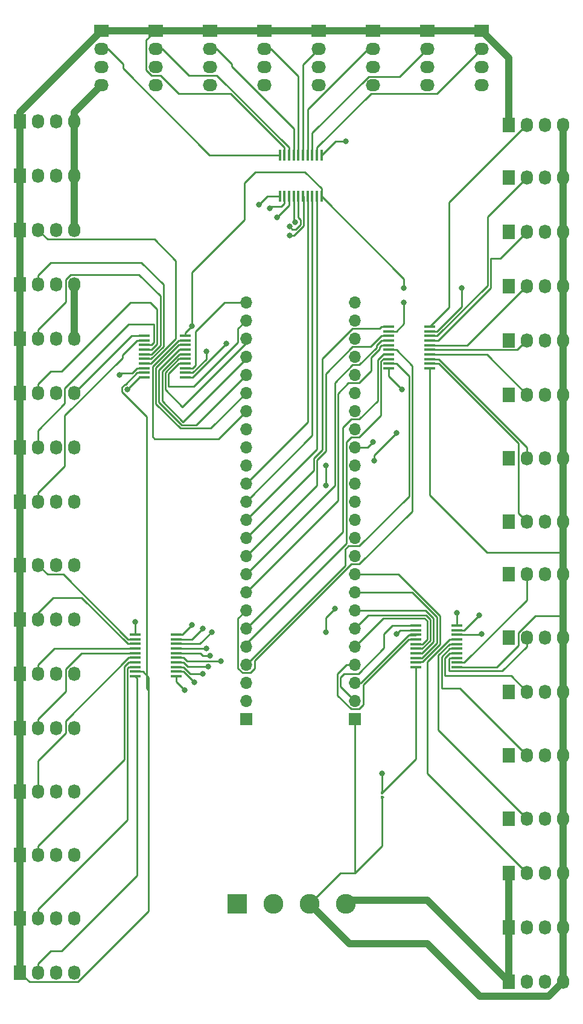
<source format=gbr>
%TF.GenerationSoftware,KiCad,Pcbnew,(5.1.8)-1*%
%TF.CreationDate,2020-12-30T12:05:02-06:00*%
%TF.ProjectId,CircuitBoard,43697263-7569-4744-926f-6172642e6b69,rev?*%
%TF.SameCoordinates,Original*%
%TF.FileFunction,Copper,L1,Top*%
%TF.FilePolarity,Positive*%
%FSLAX46Y46*%
G04 Gerber Fmt 4.6, Leading zero omitted, Abs format (unit mm)*
G04 Created by KiCad (PCBNEW (5.1.8)-1) date 2020-12-30 12:05:02*
%MOMM*%
%LPD*%
G01*
G04 APERTURE LIST*
%TA.AperFunction,SMDPad,CuDef*%
%ADD10R,1.570000X0.410000*%
%TD*%
%TA.AperFunction,SMDPad,CuDef*%
%ADD11R,0.410000X1.570000*%
%TD*%
%TA.AperFunction,ComponentPad*%
%ADD12C,2.780000*%
%TD*%
%TA.AperFunction,ComponentPad*%
%ADD13R,2.780000X2.780000*%
%TD*%
%TA.AperFunction,ComponentPad*%
%ADD14O,1.730000X2.030000*%
%TD*%
%TA.AperFunction,ComponentPad*%
%ADD15R,1.730000X2.030000*%
%TD*%
%TA.AperFunction,ComponentPad*%
%ADD16O,1.700000X1.700000*%
%TD*%
%TA.AperFunction,ComponentPad*%
%ADD17R,1.700000X1.700000*%
%TD*%
%TA.AperFunction,ComponentPad*%
%ADD18O,2.030000X1.730000*%
%TD*%
%TA.AperFunction,ComponentPad*%
%ADD19R,2.030000X1.730000*%
%TD*%
%TA.AperFunction,ViaPad*%
%ADD20C,0.800000*%
%TD*%
%TA.AperFunction,Conductor*%
%ADD21C,0.250000*%
%TD*%
%TA.AperFunction,Conductor*%
%ADD22C,1.016000*%
%TD*%
G04 APERTURE END LIST*
D10*
%TO.P,U5,20*%
%TO.N,Net-(J35-Pad2)*%
X105080000Y-95635000D03*
%TO.P,U5,19*%
%TO.N,Net-(J1-Pad1)*%
X105080000Y-94985000D03*
%TO.P,U5,18*%
%TO.N,Net-(J36-Pad2)*%
X105080000Y-94335000D03*
%TO.P,U5,17*%
%TO.N,Net-(J37-Pad2)*%
X105080000Y-93685000D03*
%TO.P,U5,16*%
%TO.N,Net-(J38-Pad2)*%
X105080000Y-93035000D03*
%TO.P,U5,15*%
%TO.N,Net-(J39-Pad2)*%
X105080000Y-92385000D03*
%TO.P,U5,14*%
%TO.N,Net-(J40-Pad2)*%
X105080000Y-91735000D03*
%TO.P,U5,13*%
%TO.N,Net-(J41-Pad2)*%
X105080000Y-91085000D03*
%TO.P,U5,12*%
%TO.N,Net-(J42-Pad2)*%
X105080000Y-90435000D03*
%TO.P,U5,11*%
%TO.N,Net-(J1-Pad4)*%
X105080000Y-89785000D03*
%TO.P,U5,10*%
%TO.N,Net-(R1-Pad2)*%
X110820000Y-89785000D03*
%TO.P,U5,9*%
%TO.N,Net-(J22-Pad18)*%
X110820000Y-90435000D03*
%TO.P,U5,8*%
%TO.N,Net-(J22-Pad19)*%
X110820000Y-91085000D03*
%TO.P,U5,7*%
%TO.N,Net-(J22-Pad20)*%
X110820000Y-91735000D03*
%TO.P,U5,6*%
%TO.N,Net-(J22-Pad21)*%
X110820000Y-92385000D03*
%TO.P,U5,5*%
%TO.N,Net-(J22-Pad22)*%
X110820000Y-93035000D03*
%TO.P,U5,4*%
%TO.N,Net-(J22-Pad23)*%
X110820000Y-93685000D03*
%TO.P,U5,3*%
%TO.N,Net-(J22-Pad24)*%
X110820000Y-94335000D03*
%TO.P,U5,2*%
%TO.N,Net-(J21-Pad15)*%
X110820000Y-94985000D03*
%TO.P,U5,1*%
%TO.N,Net-(J21-Pad24)*%
X110820000Y-95635000D03*
%TD*%
%TO.P,U4,20*%
%TO.N,Net-(J27-Pad2)*%
X103810000Y-137545000D03*
%TO.P,U4,19*%
%TO.N,Net-(J1-Pad1)*%
X103810000Y-136895000D03*
%TO.P,U4,18*%
%TO.N,Net-(J28-Pad2)*%
X103810000Y-136245000D03*
%TO.P,U4,17*%
%TO.N,Net-(J29-Pad2)*%
X103810000Y-135595000D03*
%TO.P,U4,16*%
%TO.N,Net-(J30-Pad2)*%
X103810000Y-134945000D03*
%TO.P,U4,15*%
%TO.N,Net-(J31-Pad2)*%
X103810000Y-134295000D03*
%TO.P,U4,14*%
%TO.N,Net-(J32-Pad2)*%
X103810000Y-133645000D03*
%TO.P,U4,13*%
%TO.N,Net-(J33-Pad2)*%
X103810000Y-132995000D03*
%TO.P,U4,12*%
%TO.N,Net-(J34-Pad2)*%
X103810000Y-132345000D03*
%TO.P,U4,11*%
%TO.N,Net-(J1-Pad4)*%
X103810000Y-131695000D03*
%TO.P,U4,10*%
%TO.N,Net-(R1-Pad2)*%
X109550000Y-131695000D03*
%TO.P,U4,9*%
%TO.N,Net-(J21-Pad23)*%
X109550000Y-132345000D03*
%TO.P,U4,8*%
%TO.N,Net-(J21-Pad22)*%
X109550000Y-132995000D03*
%TO.P,U4,7*%
%TO.N,Net-(J21-Pad21)*%
X109550000Y-133645000D03*
%TO.P,U4,6*%
%TO.N,Net-(J21-Pad20)*%
X109550000Y-134295000D03*
%TO.P,U4,5*%
%TO.N,Net-(J21-Pad19)*%
X109550000Y-134945000D03*
%TO.P,U4,4*%
%TO.N,Net-(J21-Pad18)*%
X109550000Y-135595000D03*
%TO.P,U4,3*%
%TO.N,Net-(J21-Pad17)*%
X109550000Y-136245000D03*
%TO.P,U4,2*%
%TO.N,Net-(J21-Pad15)*%
X109550000Y-136895000D03*
%TO.P,U4,1*%
%TO.N,Net-(J21-Pad16)*%
X109550000Y-137545000D03*
%TD*%
%TO.P,U3,20*%
%TO.N,Net-(J8-Pad2)*%
X145110000Y-88515000D03*
%TO.P,U3,19*%
%TO.N,Net-(J1-Pad1)*%
X145110000Y-89165000D03*
%TO.P,U3,18*%
%TO.N,Net-(J9-Pad2)*%
X145110000Y-89815000D03*
%TO.P,U3,17*%
%TO.N,Net-(J6-Pad2)*%
X145110000Y-90465000D03*
%TO.P,U3,16*%
%TO.N,Net-(J10-Pad2)*%
X145110000Y-91115000D03*
%TO.P,U3,15*%
%TO.N,Net-(J23-Pad2)*%
X145110000Y-91765000D03*
%TO.P,U3,14*%
%TO.N,Net-(J24-Pad2)*%
X145110000Y-92415000D03*
%TO.P,U3,13*%
%TO.N,Net-(J25-Pad2)*%
X145110000Y-93065000D03*
%TO.P,U3,12*%
%TO.N,Net-(J26-Pad2)*%
X145110000Y-93715000D03*
%TO.P,U3,11*%
%TO.N,Net-(J1-Pad4)*%
X145110000Y-94365000D03*
%TO.P,U3,10*%
%TO.N,Net-(R1-Pad2)*%
X139370000Y-94365000D03*
%TO.P,U3,9*%
%TO.N,Net-(J22-Pad4)*%
X139370000Y-93715000D03*
%TO.P,U3,8*%
%TO.N,Net-(J22-Pad5)*%
X139370000Y-93065000D03*
%TO.P,U3,7*%
%TO.N,Net-(J22-Pad6)*%
X139370000Y-92415000D03*
%TO.P,U3,6*%
%TO.N,Net-(J22-Pad7)*%
X139370000Y-91765000D03*
%TO.P,U3,5*%
%TO.N,Net-(J22-Pad8)*%
X139370000Y-91115000D03*
%TO.P,U3,4*%
%TO.N,Net-(J22-Pad9)*%
X139370000Y-90465000D03*
%TO.P,U3,3*%
%TO.N,Net-(J22-Pad10)*%
X139370000Y-89815000D03*
%TO.P,U3,2*%
%TO.N,Net-(J21-Pad15)*%
X139370000Y-89165000D03*
%TO.P,U3,1*%
%TO.N,Net-(J22-Pad11)*%
X139370000Y-88515000D03*
%TD*%
D11*
%TO.P,U2,20*%
%TO.N,Net-(J19-Pad2)*%
X124075000Y-64440000D03*
%TO.P,U2,19*%
%TO.N,Net-(J1-Pad1)*%
X124725000Y-64440000D03*
%TO.P,U2,18*%
%TO.N,Net-(J20-Pad2)*%
X125375000Y-64440000D03*
%TO.P,U2,17*%
%TO.N,Net-(J3-Pad2)*%
X126025000Y-64440000D03*
%TO.P,U2,16*%
%TO.N,Net-(J1-Pad2)*%
X126675000Y-64440000D03*
%TO.P,U2,15*%
%TO.N,Net-(J2-Pad2)*%
X127325000Y-64440000D03*
%TO.P,U2,14*%
%TO.N,Net-(J4-Pad2)*%
X127975000Y-64440000D03*
%TO.P,U2,13*%
%TO.N,Net-(J5-Pad2)*%
X128625000Y-64440000D03*
%TO.P,U2,12*%
%TO.N,Net-(J7-Pad2)*%
X129275000Y-64440000D03*
%TO.P,U2,11*%
%TO.N,Net-(J1-Pad4)*%
X129925000Y-64440000D03*
%TO.P,U2,10*%
%TO.N,Net-(R1-Pad2)*%
X129925000Y-70180000D03*
%TO.P,U2,9*%
%TO.N,Net-(J22-Pad12)*%
X129275000Y-70180000D03*
%TO.P,U2,8*%
%TO.N,Net-(J22-Pad13)*%
X128625000Y-70180000D03*
%TO.P,U2,7*%
%TO.N,Net-(J22-Pad14)*%
X127975000Y-70180000D03*
%TO.P,U2,6*%
%TO.N,Net-(J21-Pad14)*%
X127325000Y-70180000D03*
%TO.P,U2,5*%
%TO.N,Net-(J21-Pad13)*%
X126675000Y-70180000D03*
%TO.P,U2,4*%
%TO.N,Net-(J21-Pad12)*%
X126025000Y-70180000D03*
%TO.P,U2,3*%
%TO.N,Net-(J21-Pad11)*%
X125375000Y-70180000D03*
%TO.P,U2,2*%
%TO.N,Net-(J21-Pad15)*%
X124725000Y-70180000D03*
%TO.P,U2,1*%
%TO.N,Net-(J21-Pad10)*%
X124075000Y-70180000D03*
%TD*%
D10*
%TO.P,U1,20*%
%TO.N,Net-(J11-Pad2)*%
X148920000Y-130425000D03*
%TO.P,U1,19*%
%TO.N,Net-(J1-Pad1)*%
X148920000Y-131075000D03*
%TO.P,U1,18*%
%TO.N,Net-(J12-Pad2)*%
X148920000Y-131725000D03*
%TO.P,U1,17*%
%TO.N,Net-(J13-Pad2)*%
X148920000Y-132375000D03*
%TO.P,U1,16*%
%TO.N,Net-(J14-Pad2)*%
X148920000Y-133025000D03*
%TO.P,U1,15*%
%TO.N,Net-(J15-Pad2)*%
X148920000Y-133675000D03*
%TO.P,U1,14*%
%TO.N,Net-(J16-Pad2)*%
X148920000Y-134325000D03*
%TO.P,U1,13*%
%TO.N,Net-(J17-Pad2)*%
X148920000Y-134975000D03*
%TO.P,U1,12*%
%TO.N,Net-(J18-Pad2)*%
X148920000Y-135625000D03*
%TO.P,U1,11*%
%TO.N,Net-(J1-Pad4)*%
X148920000Y-136275000D03*
%TO.P,U1,10*%
%TO.N,Net-(R1-Pad2)*%
X143180000Y-136275000D03*
%TO.P,U1,9*%
%TO.N,Net-(J21-Pad9)*%
X143180000Y-135625000D03*
%TO.P,U1,8*%
%TO.N,Net-(J21-Pad8)*%
X143180000Y-134975000D03*
%TO.P,U1,7*%
%TO.N,Net-(J21-Pad7)*%
X143180000Y-134325000D03*
%TO.P,U1,6*%
%TO.N,Net-(J21-Pad6)*%
X143180000Y-133675000D03*
%TO.P,U1,5*%
%TO.N,Net-(J21-Pad5)*%
X143180000Y-133025000D03*
%TO.P,U1,4*%
%TO.N,Net-(J21-Pad4)*%
X143180000Y-132375000D03*
%TO.P,U1,3*%
%TO.N,Net-(J21-Pad3)*%
X143180000Y-131725000D03*
%TO.P,U1,2*%
%TO.N,Net-(J21-Pad15)*%
X143180000Y-131075000D03*
%TO.P,U1,1*%
%TO.N,Net-(J21-Pad2)*%
X143180000Y-130425000D03*
%TD*%
%TO.P,R1,2*%
%TO.N,Net-(R1-Pad2)*%
%TA.AperFunction,SMDPad,CuDef*%
G36*
G01*
X138530000Y-154088000D02*
X138330000Y-154088000D01*
G75*
G02*
X138230000Y-153988000I0J100000D01*
G01*
X138230000Y-153728000D01*
G75*
G02*
X138330000Y-153628000I100000J0D01*
G01*
X138530000Y-153628000D01*
G75*
G02*
X138630000Y-153728000I0J-100000D01*
G01*
X138630000Y-153988000D01*
G75*
G02*
X138530000Y-154088000I-100000J0D01*
G01*
G37*
%TD.AperFunction*%
%TO.P,R1,1*%
%TO.N,Net-(J1-Pad4)*%
%TA.AperFunction,SMDPad,CuDef*%
G36*
G01*
X138530000Y-154728000D02*
X138330000Y-154728000D01*
G75*
G02*
X138230000Y-154628000I0J100000D01*
G01*
X138230000Y-154368000D01*
G75*
G02*
X138330000Y-154268000I100000J0D01*
G01*
X138530000Y-154268000D01*
G75*
G02*
X138630000Y-154368000I0J-100000D01*
G01*
X138630000Y-154628000D01*
G75*
G02*
X138530000Y-154728000I-100000J0D01*
G01*
G37*
%TD.AperFunction*%
%TD*%
D12*
%TO.P,JMolex1,4*%
%TO.N,Net-(J1-Pad1)*%
X133350000Y-169418000D03*
%TO.P,JMolex1,3*%
%TO.N,Net-(J1-Pad4)*%
X128270000Y-169418000D03*
%TO.P,JMolex1,2*%
%TO.N,Net-(JMolex1-Pad2)*%
X123190000Y-169418000D03*
D13*
%TO.P,JMolex1,1*%
%TO.N,Net-(JMolex1-Pad1)*%
X118110000Y-169418000D03*
%TD*%
D14*
%TO.P,J42,4*%
%TO.N,Net-(J1-Pad4)*%
X95250000Y-113030000D03*
%TO.P,J42,3*%
%TO.N,Net-(J42-Pad3)*%
X92710000Y-113030000D03*
%TO.P,J42,2*%
%TO.N,Net-(J42-Pad2)*%
X90170000Y-113030000D03*
D15*
%TO.P,J42,1*%
%TO.N,Net-(J1-Pad1)*%
X87630000Y-113030000D03*
%TD*%
D14*
%TO.P,J41,4*%
%TO.N,Net-(J1-Pad4)*%
X95250000Y-105410000D03*
%TO.P,J41,3*%
%TO.N,Net-(J41-Pad3)*%
X92710000Y-105410000D03*
%TO.P,J41,2*%
%TO.N,Net-(J41-Pad2)*%
X90170000Y-105410000D03*
D15*
%TO.P,J41,1*%
%TO.N,Net-(J1-Pad1)*%
X87630000Y-105410000D03*
%TD*%
D14*
%TO.P,J40,4*%
%TO.N,Net-(J1-Pad4)*%
X95250000Y-97790000D03*
%TO.P,J40,3*%
%TO.N,Net-(J40-Pad3)*%
X92710000Y-97790000D03*
%TO.P,J40,2*%
%TO.N,Net-(J40-Pad2)*%
X90170000Y-97790000D03*
D15*
%TO.P,J40,1*%
%TO.N,Net-(J1-Pad1)*%
X87630000Y-97790000D03*
%TD*%
D14*
%TO.P,J39,4*%
%TO.N,Net-(J1-Pad4)*%
X95250000Y-90170000D03*
%TO.P,J39,3*%
%TO.N,Net-(J39-Pad3)*%
X92710000Y-90170000D03*
%TO.P,J39,2*%
%TO.N,Net-(J39-Pad2)*%
X90170000Y-90170000D03*
D15*
%TO.P,J39,1*%
%TO.N,Net-(J1-Pad1)*%
X87630000Y-90170000D03*
%TD*%
D14*
%TO.P,J38,4*%
%TO.N,Net-(J1-Pad4)*%
X95250000Y-82550000D03*
%TO.P,J38,3*%
%TO.N,Net-(J38-Pad3)*%
X92710000Y-82550000D03*
%TO.P,J38,2*%
%TO.N,Net-(J38-Pad2)*%
X90170000Y-82550000D03*
D15*
%TO.P,J38,1*%
%TO.N,Net-(J1-Pad1)*%
X87630000Y-82550000D03*
%TD*%
D14*
%TO.P,J37,4*%
%TO.N,Net-(J1-Pad4)*%
X95250000Y-74930000D03*
%TO.P,J37,3*%
%TO.N,Net-(J37-Pad3)*%
X92710000Y-74930000D03*
%TO.P,J37,2*%
%TO.N,Net-(J37-Pad2)*%
X90170000Y-74930000D03*
D15*
%TO.P,J37,1*%
%TO.N,Net-(J1-Pad1)*%
X87630000Y-74930000D03*
%TD*%
D14*
%TO.P,J36,4*%
%TO.N,Net-(J1-Pad4)*%
X95250000Y-67310000D03*
%TO.P,J36,3*%
%TO.N,Net-(J36-Pad3)*%
X92710000Y-67310000D03*
%TO.P,J36,2*%
%TO.N,Net-(J36-Pad2)*%
X90170000Y-67310000D03*
D15*
%TO.P,J36,1*%
%TO.N,Net-(J1-Pad1)*%
X87630000Y-67310000D03*
%TD*%
D14*
%TO.P,J35,4*%
%TO.N,Net-(J1-Pad4)*%
X95250000Y-59690000D03*
%TO.P,J35,3*%
%TO.N,Net-(J35-Pad3)*%
X92710000Y-59690000D03*
%TO.P,J35,2*%
%TO.N,Net-(J35-Pad2)*%
X90170000Y-59690000D03*
D15*
%TO.P,J35,1*%
%TO.N,Net-(J1-Pad1)*%
X87630000Y-59690000D03*
%TD*%
D14*
%TO.P,J34,4*%
%TO.N,Net-(J1-Pad4)*%
X95250000Y-121920000D03*
%TO.P,J34,3*%
%TO.N,Net-(J34-Pad3)*%
X92710000Y-121920000D03*
%TO.P,J34,2*%
%TO.N,Net-(J34-Pad2)*%
X90170000Y-121920000D03*
D15*
%TO.P,J34,1*%
%TO.N,Net-(J1-Pad1)*%
X87630000Y-121920000D03*
%TD*%
D14*
%TO.P,J33,4*%
%TO.N,Net-(J1-Pad4)*%
X95250000Y-129540000D03*
%TO.P,J33,3*%
%TO.N,Net-(J33-Pad3)*%
X92710000Y-129540000D03*
%TO.P,J33,2*%
%TO.N,Net-(J33-Pad2)*%
X90170000Y-129540000D03*
D15*
%TO.P,J33,1*%
%TO.N,Net-(J1-Pad1)*%
X87630000Y-129540000D03*
%TD*%
D14*
%TO.P,J32,4*%
%TO.N,Net-(J1-Pad4)*%
X95250000Y-137160000D03*
%TO.P,J32,3*%
%TO.N,Net-(J32-Pad3)*%
X92710000Y-137160000D03*
%TO.P,J32,2*%
%TO.N,Net-(J32-Pad2)*%
X90170000Y-137160000D03*
D15*
%TO.P,J32,1*%
%TO.N,Net-(J1-Pad1)*%
X87630000Y-137160000D03*
%TD*%
D14*
%TO.P,J31,4*%
%TO.N,Net-(J1-Pad4)*%
X95250000Y-144780000D03*
%TO.P,J31,3*%
%TO.N,Net-(J31-Pad3)*%
X92710000Y-144780000D03*
%TO.P,J31,2*%
%TO.N,Net-(J31-Pad2)*%
X90170000Y-144780000D03*
D15*
%TO.P,J31,1*%
%TO.N,Net-(J1-Pad1)*%
X87630000Y-144780000D03*
%TD*%
D14*
%TO.P,J30,4*%
%TO.N,Net-(J1-Pad4)*%
X95250000Y-153670000D03*
%TO.P,J30,3*%
%TO.N,Net-(J30-Pad3)*%
X92710000Y-153670000D03*
%TO.P,J30,2*%
%TO.N,Net-(J30-Pad2)*%
X90170000Y-153670000D03*
D15*
%TO.P,J30,1*%
%TO.N,Net-(J1-Pad1)*%
X87630000Y-153670000D03*
%TD*%
D14*
%TO.P,J29,4*%
%TO.N,Net-(J1-Pad4)*%
X95250000Y-162560000D03*
%TO.P,J29,3*%
%TO.N,Net-(J29-Pad3)*%
X92710000Y-162560000D03*
%TO.P,J29,2*%
%TO.N,Net-(J29-Pad2)*%
X90170000Y-162560000D03*
D15*
%TO.P,J29,1*%
%TO.N,Net-(J1-Pad1)*%
X87630000Y-162560000D03*
%TD*%
D14*
%TO.P,J28,4*%
%TO.N,Net-(J1-Pad4)*%
X95250000Y-171450000D03*
%TO.P,J28,3*%
%TO.N,Net-(J28-Pad3)*%
X92710000Y-171450000D03*
%TO.P,J28,2*%
%TO.N,Net-(J28-Pad2)*%
X90170000Y-171450000D03*
D15*
%TO.P,J28,1*%
%TO.N,Net-(J1-Pad1)*%
X87630000Y-171450000D03*
%TD*%
D14*
%TO.P,J27,4*%
%TO.N,Net-(J1-Pad4)*%
X95250000Y-179070000D03*
%TO.P,J27,3*%
%TO.N,Net-(J27-Pad3)*%
X92710000Y-179070000D03*
%TO.P,J27,2*%
%TO.N,Net-(J27-Pad2)*%
X90170000Y-179070000D03*
D15*
%TO.P,J27,1*%
%TO.N,Net-(J1-Pad1)*%
X87630000Y-179070000D03*
%TD*%
D14*
%TO.P,J26,4*%
%TO.N,Net-(J1-Pad4)*%
X163830000Y-115824000D03*
%TO.P,J26,3*%
%TO.N,Net-(J26-Pad3)*%
X161290000Y-115824000D03*
%TO.P,J26,2*%
%TO.N,Net-(J26-Pad2)*%
X158750000Y-115824000D03*
D15*
%TO.P,J26,1*%
%TO.N,Net-(J1-Pad1)*%
X156210000Y-115824000D03*
%TD*%
D14*
%TO.P,J25,4*%
%TO.N,Net-(J1-Pad4)*%
X163830000Y-106934000D03*
%TO.P,J25,3*%
%TO.N,Net-(J25-Pad3)*%
X161290000Y-106934000D03*
%TO.P,J25,2*%
%TO.N,Net-(J25-Pad2)*%
X158750000Y-106934000D03*
D15*
%TO.P,J25,1*%
%TO.N,Net-(J1-Pad1)*%
X156210000Y-106934000D03*
%TD*%
D14*
%TO.P,J24,4*%
%TO.N,Net-(J1-Pad4)*%
X163830000Y-98044000D03*
%TO.P,J24,3*%
%TO.N,Net-(J24-Pad3)*%
X161290000Y-98044000D03*
%TO.P,J24,2*%
%TO.N,Net-(J24-Pad2)*%
X158750000Y-98044000D03*
D15*
%TO.P,J24,1*%
%TO.N,Net-(J1-Pad1)*%
X156210000Y-98044000D03*
%TD*%
D14*
%TO.P,J23,4*%
%TO.N,Net-(J1-Pad4)*%
X163830000Y-90424000D03*
%TO.P,J23,3*%
%TO.N,Net-(J23-Pad3)*%
X161290000Y-90424000D03*
%TO.P,J23,2*%
%TO.N,Net-(J23-Pad2)*%
X158750000Y-90424000D03*
D15*
%TO.P,J23,1*%
%TO.N,Net-(J1-Pad1)*%
X156210000Y-90424000D03*
%TD*%
D16*
%TO.P,J22,24*%
%TO.N,Net-(J22-Pad24)*%
X119380000Y-85090000D03*
%TO.P,J22,23*%
%TO.N,Net-(J22-Pad23)*%
X119380000Y-87630000D03*
%TO.P,J22,22*%
%TO.N,Net-(J22-Pad22)*%
X119380000Y-90170000D03*
%TO.P,J22,21*%
%TO.N,Net-(J22-Pad21)*%
X119380000Y-92710000D03*
%TO.P,J22,20*%
%TO.N,Net-(J22-Pad20)*%
X119380000Y-95250000D03*
%TO.P,J22,19*%
%TO.N,Net-(J22-Pad19)*%
X119380000Y-97790000D03*
%TO.P,J22,18*%
%TO.N,Net-(J22-Pad18)*%
X119380000Y-100330000D03*
%TO.P,J22,17*%
%TO.N,Net-(J22-Pad17)*%
X119380000Y-102870000D03*
%TO.P,J22,16*%
%TO.N,Net-(J22-Pad16)*%
X119380000Y-105410000D03*
%TO.P,J22,15*%
%TO.N,Net-(J22-Pad15)*%
X119380000Y-107950000D03*
%TO.P,J22,14*%
%TO.N,Net-(J22-Pad14)*%
X119380000Y-110490000D03*
%TO.P,J22,13*%
%TO.N,Net-(J22-Pad13)*%
X119380000Y-113030000D03*
%TO.P,J22,12*%
%TO.N,Net-(J22-Pad12)*%
X119380000Y-115570000D03*
%TO.P,J22,11*%
%TO.N,Net-(J22-Pad11)*%
X119380000Y-118110000D03*
%TO.P,J22,10*%
%TO.N,Net-(J22-Pad10)*%
X119380000Y-120650000D03*
%TO.P,J22,9*%
%TO.N,Net-(J22-Pad9)*%
X119380000Y-123190000D03*
%TO.P,J22,8*%
%TO.N,Net-(J22-Pad8)*%
X119380000Y-125730000D03*
%TO.P,J22,7*%
%TO.N,Net-(J22-Pad7)*%
X119380000Y-128270000D03*
%TO.P,J22,6*%
%TO.N,Net-(J22-Pad6)*%
X119380000Y-130810000D03*
%TO.P,J22,5*%
%TO.N,Net-(J22-Pad5)*%
X119380000Y-133350000D03*
%TO.P,J22,4*%
%TO.N,Net-(J22-Pad4)*%
X119380000Y-135890000D03*
%TO.P,J22,3*%
%TO.N,Net-(J22-Pad3)*%
X119380000Y-138430000D03*
%TO.P,J22,2*%
%TO.N,Net-(J22-Pad2)*%
X119380000Y-140970000D03*
D17*
%TO.P,J22,1*%
%TO.N,Net-(J22-Pad1)*%
X119380000Y-143510000D03*
%TD*%
D16*
%TO.P,J21,24*%
%TO.N,Net-(J21-Pad24)*%
X134620000Y-85090000D03*
%TO.P,J21,23*%
%TO.N,Net-(J21-Pad23)*%
X134620000Y-87630000D03*
%TO.P,J21,22*%
%TO.N,Net-(J21-Pad22)*%
X134620000Y-90170000D03*
%TO.P,J21,21*%
%TO.N,Net-(J21-Pad21)*%
X134620000Y-92710000D03*
%TO.P,J21,20*%
%TO.N,Net-(J21-Pad20)*%
X134620000Y-95250000D03*
%TO.P,J21,19*%
%TO.N,Net-(J21-Pad19)*%
X134620000Y-97790000D03*
%TO.P,J21,18*%
%TO.N,Net-(J21-Pad18)*%
X134620000Y-100330000D03*
%TO.P,J21,17*%
%TO.N,Net-(J21-Pad17)*%
X134620000Y-102870000D03*
%TO.P,J21,16*%
%TO.N,Net-(J21-Pad16)*%
X134620000Y-105410000D03*
%TO.P,J21,15*%
%TO.N,Net-(J21-Pad15)*%
X134620000Y-107950000D03*
%TO.P,J21,14*%
%TO.N,Net-(J21-Pad14)*%
X134620000Y-110490000D03*
%TO.P,J21,13*%
%TO.N,Net-(J21-Pad13)*%
X134620000Y-113030000D03*
%TO.P,J21,12*%
%TO.N,Net-(J21-Pad12)*%
X134620000Y-115570000D03*
%TO.P,J21,11*%
%TO.N,Net-(J21-Pad11)*%
X134620000Y-118110000D03*
%TO.P,J21,10*%
%TO.N,Net-(J21-Pad10)*%
X134620000Y-120650000D03*
%TO.P,J21,9*%
%TO.N,Net-(J21-Pad9)*%
X134620000Y-123190000D03*
%TO.P,J21,8*%
%TO.N,Net-(J21-Pad8)*%
X134620000Y-125730000D03*
%TO.P,J21,7*%
%TO.N,Net-(J21-Pad7)*%
X134620000Y-128270000D03*
%TO.P,J21,6*%
%TO.N,Net-(J21-Pad6)*%
X134620000Y-130810000D03*
%TO.P,J21,5*%
%TO.N,Net-(J21-Pad5)*%
X134620000Y-133350000D03*
%TO.P,J21,4*%
%TO.N,Net-(J21-Pad4)*%
X134620000Y-135890000D03*
%TO.P,J21,3*%
%TO.N,Net-(J21-Pad3)*%
X134620000Y-138430000D03*
%TO.P,J21,2*%
%TO.N,Net-(J21-Pad2)*%
X134620000Y-140970000D03*
D17*
%TO.P,J21,1*%
%TO.N,Net-(J1-Pad4)*%
X134620000Y-143510000D03*
%TD*%
D18*
%TO.P,J20,4*%
%TO.N,Net-(J1-Pad4)*%
X106680000Y-54610000D03*
%TO.P,J20,3*%
%TO.N,Net-(J20-Pad3)*%
X106680000Y-52070000D03*
%TO.P,J20,2*%
%TO.N,Net-(J20-Pad2)*%
X106680000Y-49530000D03*
D19*
%TO.P,J20,1*%
%TO.N,Net-(J1-Pad1)*%
X106680000Y-46990000D03*
%TD*%
D18*
%TO.P,J19,4*%
%TO.N,Net-(J1-Pad4)*%
X99060000Y-54610000D03*
%TO.P,J19,3*%
%TO.N,Net-(J19-Pad3)*%
X99060000Y-52070000D03*
%TO.P,J19,2*%
%TO.N,Net-(J19-Pad2)*%
X99060000Y-49530000D03*
D19*
%TO.P,J19,1*%
%TO.N,Net-(J1-Pad1)*%
X99060000Y-46990000D03*
%TD*%
D14*
%TO.P,J18,4*%
%TO.N,Net-(J1-Pad4)*%
X163830000Y-123190000D03*
%TO.P,J18,3*%
%TO.N,Net-(J18-Pad3)*%
X161290000Y-123190000D03*
%TO.P,J18,2*%
%TO.N,Net-(J18-Pad2)*%
X158750000Y-123190000D03*
D15*
%TO.P,J18,1*%
%TO.N,Net-(J1-Pad1)*%
X156210000Y-123190000D03*
%TD*%
D14*
%TO.P,J17,4*%
%TO.N,Net-(J1-Pad4)*%
X163830000Y-132080000D03*
%TO.P,J17,3*%
%TO.N,Net-(J17-Pad3)*%
X161290000Y-132080000D03*
%TO.P,J17,2*%
%TO.N,Net-(J17-Pad2)*%
X158750000Y-132080000D03*
D15*
%TO.P,J17,1*%
%TO.N,Net-(J1-Pad1)*%
X156210000Y-132080000D03*
%TD*%
D14*
%TO.P,J16,4*%
%TO.N,Net-(J1-Pad4)*%
X163830000Y-139700000D03*
%TO.P,J16,3*%
%TO.N,Net-(J16-Pad3)*%
X161290000Y-139700000D03*
%TO.P,J16,2*%
%TO.N,Net-(J16-Pad2)*%
X158750000Y-139700000D03*
D15*
%TO.P,J16,1*%
%TO.N,Net-(J1-Pad1)*%
X156210000Y-139700000D03*
%TD*%
D14*
%TO.P,J15,4*%
%TO.N,Net-(J1-Pad4)*%
X163830000Y-148590000D03*
%TO.P,J15,3*%
%TO.N,Net-(J15-Pad3)*%
X161290000Y-148590000D03*
%TO.P,J15,2*%
%TO.N,Net-(J15-Pad2)*%
X158750000Y-148590000D03*
D15*
%TO.P,J15,1*%
%TO.N,Net-(J1-Pad1)*%
X156210000Y-148590000D03*
%TD*%
D14*
%TO.P,J14,4*%
%TO.N,Net-(J1-Pad4)*%
X163830000Y-157480000D03*
%TO.P,J14,3*%
%TO.N,Net-(J14-Pad3)*%
X161290000Y-157480000D03*
%TO.P,J14,2*%
%TO.N,Net-(J14-Pad2)*%
X158750000Y-157480000D03*
D15*
%TO.P,J14,1*%
%TO.N,Net-(J1-Pad1)*%
X156210000Y-157480000D03*
%TD*%
D14*
%TO.P,J13,4*%
%TO.N,Net-(J1-Pad4)*%
X163830000Y-165100000D03*
%TO.P,J13,3*%
%TO.N,Net-(J13-Pad3)*%
X161290000Y-165100000D03*
%TO.P,J13,2*%
%TO.N,Net-(J13-Pad2)*%
X158750000Y-165100000D03*
D15*
%TO.P,J13,1*%
%TO.N,Net-(J1-Pad1)*%
X156210000Y-165100000D03*
%TD*%
D14*
%TO.P,J12,4*%
%TO.N,Net-(J1-Pad4)*%
X163830000Y-172720000D03*
%TO.P,J12,3*%
%TO.N,Net-(J12-Pad3)*%
X161290000Y-172720000D03*
%TO.P,J12,2*%
%TO.N,Net-(J12-Pad2)*%
X158750000Y-172720000D03*
D15*
%TO.P,J12,1*%
%TO.N,Net-(J1-Pad1)*%
X156210000Y-172720000D03*
%TD*%
D14*
%TO.P,J11,4*%
%TO.N,Net-(J1-Pad4)*%
X163830000Y-180340000D03*
%TO.P,J11,3*%
%TO.N,Net-(J11-Pad3)*%
X161290000Y-180340000D03*
%TO.P,J11,2*%
%TO.N,Net-(J11-Pad2)*%
X158750000Y-180340000D03*
D15*
%TO.P,J11,1*%
%TO.N,Net-(J1-Pad1)*%
X156210000Y-180340000D03*
%TD*%
D14*
%TO.P,J10,4*%
%TO.N,Net-(J1-Pad4)*%
X163830000Y-82804000D03*
%TO.P,J10,3*%
%TO.N,Net-(J10-Pad3)*%
X161290000Y-82804000D03*
%TO.P,J10,2*%
%TO.N,Net-(J10-Pad2)*%
X158750000Y-82804000D03*
D15*
%TO.P,J10,1*%
%TO.N,Net-(J1-Pad1)*%
X156210000Y-82804000D03*
%TD*%
D14*
%TO.P,J9,4*%
%TO.N,Net-(J1-Pad4)*%
X163830000Y-67564000D03*
%TO.P,J9,3*%
%TO.N,Net-(J9-Pad3)*%
X161290000Y-67564000D03*
%TO.P,J9,2*%
%TO.N,Net-(J9-Pad2)*%
X158750000Y-67564000D03*
D15*
%TO.P,J9,1*%
%TO.N,Net-(J1-Pad1)*%
X156210000Y-67564000D03*
%TD*%
D14*
%TO.P,J8,4*%
%TO.N,Net-(J1-Pad4)*%
X163830000Y-60198000D03*
%TO.P,J8,3*%
%TO.N,Net-(J8-Pad3)*%
X161290000Y-60198000D03*
%TO.P,J8,2*%
%TO.N,Net-(J8-Pad2)*%
X158750000Y-60198000D03*
D15*
%TO.P,J8,1*%
%TO.N,Net-(J1-Pad1)*%
X156210000Y-60198000D03*
%TD*%
D18*
%TO.P,J7,4*%
%TO.N,Net-(J1-Pad4)*%
X152400000Y-54610000D03*
%TO.P,J7,3*%
%TO.N,Net-(J7-Pad3)*%
X152400000Y-52070000D03*
%TO.P,J7,2*%
%TO.N,Net-(J7-Pad2)*%
X152400000Y-49530000D03*
D19*
%TO.P,J7,1*%
%TO.N,Net-(J1-Pad1)*%
X152400000Y-46990000D03*
%TD*%
D14*
%TO.P,J6,4*%
%TO.N,Net-(J1-Pad4)*%
X163830000Y-75184000D03*
%TO.P,J6,3*%
%TO.N,Net-(J6-Pad3)*%
X161290000Y-75184000D03*
%TO.P,J6,2*%
%TO.N,Net-(J6-Pad2)*%
X158750000Y-75184000D03*
D15*
%TO.P,J6,1*%
%TO.N,Net-(J1-Pad1)*%
X156210000Y-75184000D03*
%TD*%
D18*
%TO.P,J5,4*%
%TO.N,Net-(J1-Pad4)*%
X144780000Y-54610000D03*
%TO.P,J5,3*%
%TO.N,Net-(J5-Pad3)*%
X144780000Y-52070000D03*
%TO.P,J5,2*%
%TO.N,Net-(J5-Pad2)*%
X144780000Y-49530000D03*
D19*
%TO.P,J5,1*%
%TO.N,Net-(J1-Pad1)*%
X144780000Y-46990000D03*
%TD*%
D18*
%TO.P,J4,4*%
%TO.N,Net-(J1-Pad4)*%
X137160000Y-54610000D03*
%TO.P,J4,3*%
%TO.N,Net-(J4-Pad3)*%
X137160000Y-52070000D03*
%TO.P,J4,2*%
%TO.N,Net-(J4-Pad2)*%
X137160000Y-49530000D03*
D19*
%TO.P,J4,1*%
%TO.N,Net-(J1-Pad1)*%
X137160000Y-46990000D03*
%TD*%
D18*
%TO.P,J3,4*%
%TO.N,Net-(J1-Pad4)*%
X114300000Y-54610000D03*
%TO.P,J3,3*%
%TO.N,Net-(J3-Pad3)*%
X114300000Y-52070000D03*
%TO.P,J3,2*%
%TO.N,Net-(J3-Pad2)*%
X114300000Y-49530000D03*
D19*
%TO.P,J3,1*%
%TO.N,Net-(J1-Pad1)*%
X114300000Y-46990000D03*
%TD*%
D18*
%TO.P,J2,4*%
%TO.N,Net-(J1-Pad4)*%
X129540000Y-54610000D03*
%TO.P,J2,3*%
%TO.N,Net-(J2-Pad3)*%
X129540000Y-52070000D03*
%TO.P,J2,2*%
%TO.N,Net-(J2-Pad2)*%
X129540000Y-49530000D03*
D19*
%TO.P,J2,1*%
%TO.N,Net-(J1-Pad1)*%
X129540000Y-46990000D03*
%TD*%
D18*
%TO.P,J1,4*%
%TO.N,Net-(J1-Pad4)*%
X121920000Y-54610000D03*
%TO.P,J1,3*%
%TO.N,Net-(J1-Pad3)*%
X121920000Y-52070000D03*
%TO.P,J1,2*%
%TO.N,Net-(J1-Pad2)*%
X121920000Y-49530000D03*
D19*
%TO.P,J1,1*%
%TO.N,Net-(J1-Pad1)*%
X121920000Y-46990000D03*
%TD*%
D20*
%TO.N,Net-(J1-Pad4)*%
X133350000Y-62484000D03*
X103810000Y-129870000D03*
%TO.N,Net-(J1-Pad1)*%
X149606000Y-83058000D03*
X152072000Y-128958000D03*
%TO.N,Net-(J11-Pad2)*%
X148920000Y-128600000D03*
%TO.N,Net-(J12-Pad2)*%
X152400000Y-131572000D03*
%TO.N,Net-(J21-Pad24)*%
X116572000Y-90918000D03*
%TO.N,Net-(J21-Pad23)*%
X113284000Y-130810000D03*
%TO.N,Net-(J21-Pad22)*%
X114554000Y-131318000D03*
%TO.N,Net-(J21-Pad21)*%
X113751000Y-133645000D03*
%TO.N,Net-(J21-Pad20)*%
X114300000Y-134620000D03*
%TO.N,Net-(J21-Pad19)*%
X115824000Y-135382000D03*
%TO.N,Net-(J21-Pad18)*%
X114046000Y-136144000D03*
%TO.N,Net-(J21-Pad17)*%
X113284000Y-137160000D03*
%TO.N,Net-(J21-Pad16)*%
X110744000Y-139446000D03*
X137160000Y-104648000D03*
X130556000Y-131318000D03*
X131826000Y-128016000D03*
X130556000Y-110744000D03*
X130556000Y-107950000D03*
%TO.N,Net-(J21-Pad15)*%
X112067000Y-138377000D03*
X122682000Y-71882000D03*
X113792000Y-91948000D03*
X141478000Y-85090000D03*
X137287000Y-107315000D03*
X140462000Y-103378000D03*
X140462000Y-131572000D03*
%TO.N,Net-(J21-Pad14)*%
X125476000Y-75692000D03*
%TO.N,Net-(J21-Pad13)*%
X125417177Y-74467425D03*
%TO.N,Net-(J21-Pad12)*%
X126224291Y-73877010D03*
%TO.N,Net-(J21-Pad11)*%
X123698000Y-73152000D03*
%TO.N,Net-(J21-Pad10)*%
X121158000Y-71374000D03*
%TO.N,Net-(J35-Pad2)*%
X102652999Y-97336610D03*
%TO.N,Net-(J36-Pad2)*%
X101600000Y-95250000D03*
%TO.N,Net-(R1-Pad2)*%
X111760000Y-130302000D03*
X138430000Y-151130000D03*
X111760000Y-88392000D03*
X141224000Y-97282000D03*
X141478000Y-83058000D03*
%TD*%
D21*
%TO.N,Net-(J1-Pad4)*%
X138621058Y-154498000D02*
X138430000Y-154498000D01*
X138430000Y-154498000D02*
X138430000Y-161290000D01*
X134620000Y-143510000D02*
X134620000Y-165100000D01*
D22*
X163830000Y-172720000D02*
X163830000Y-180340000D01*
X163830000Y-172720000D02*
X163830000Y-165100000D01*
X163830000Y-165100000D02*
X163830000Y-157480000D01*
X163830000Y-157480000D02*
X163830000Y-148590000D01*
X163830000Y-148590000D02*
X163830000Y-139700000D01*
X163830000Y-139700000D02*
X163830000Y-132080000D01*
X163830000Y-115824000D02*
X163830000Y-106934000D01*
X163830000Y-106934000D02*
X163830000Y-98044000D01*
X163830000Y-98044000D02*
X163830000Y-90424000D01*
X163830000Y-90424000D02*
X163830000Y-82804000D01*
X163830000Y-82804000D02*
X163830000Y-75184000D01*
X163830000Y-75184000D02*
X163830000Y-67564000D01*
X163830000Y-67564000D02*
X163830000Y-60198000D01*
X95250000Y-90170000D02*
X95250000Y-82550000D01*
X95250000Y-74930000D02*
X95250000Y-67310000D01*
X95250000Y-67310000D02*
X95250000Y-59690000D01*
X95250000Y-58420000D02*
X99060000Y-54610000D01*
X95250000Y-59690000D02*
X95250000Y-58420000D01*
D21*
X131881000Y-62484000D02*
X129925000Y-64440000D01*
X133350000Y-62484000D02*
X131881000Y-62484000D01*
X103810000Y-131695000D02*
X103810000Y-129870000D01*
X103810000Y-129870000D02*
X103810000Y-129870000D01*
X145110000Y-94365000D02*
X145110000Y-112090000D01*
X153162000Y-120142000D02*
X163830000Y-120142000D01*
X145110000Y-112090000D02*
X153162000Y-120142000D01*
D22*
X163830000Y-120142000D02*
X163830000Y-115824000D01*
X163830000Y-123190000D02*
X163830000Y-120142000D01*
D21*
X157559990Y-131437082D02*
X159952073Y-129044999D01*
X157559990Y-133195012D02*
X157559990Y-131437082D01*
X154480002Y-136275000D02*
X157559990Y-133195012D01*
X159952073Y-129044999D02*
X163588999Y-129044999D01*
X163588999Y-129044999D02*
X163830000Y-129286000D01*
X148920000Y-136275000D02*
X154480002Y-136275000D01*
D22*
X163830000Y-132080000D02*
X163830000Y-129286000D01*
X163830000Y-129286000D02*
X163830000Y-123190000D01*
D21*
X103255000Y-89785000D02*
X95250000Y-97790000D01*
X105080000Y-89785000D02*
X103255000Y-89785000D01*
X132588000Y-165100000D02*
X128270000Y-169418000D01*
X134620000Y-165100000D02*
X132588000Y-165100000D01*
X138430000Y-161290000D02*
X134620000Y-165100000D01*
D22*
X133858000Y-175006000D02*
X128270000Y-169418000D01*
X144780000Y-175006000D02*
X133858000Y-175006000D01*
X152146000Y-182372000D02*
X144780000Y-175006000D01*
X161798000Y-182372000D02*
X152146000Y-182372000D01*
X163830000Y-180340000D02*
X161798000Y-182372000D01*
D21*
%TO.N,Net-(J1-Pad2)*%
X126675000Y-53369998D02*
X122835002Y-49530000D01*
X122835002Y-49530000D02*
X121920000Y-49530000D01*
X126675000Y-64440000D02*
X126675000Y-53369998D01*
D22*
%TO.N,Net-(J1-Pad1)*%
X156210000Y-50800000D02*
X152400000Y-46990000D01*
X156210000Y-60198000D02*
X156210000Y-50800000D01*
X152400000Y-46990000D02*
X144780000Y-46990000D01*
X144780000Y-46990000D02*
X137160000Y-46990000D01*
X137160000Y-46990000D02*
X129540000Y-46990000D01*
X129540000Y-46990000D02*
X121920000Y-46990000D01*
X121920000Y-46990000D02*
X114300000Y-46990000D01*
X114300000Y-46990000D02*
X106680000Y-46990000D01*
X106680000Y-46990000D02*
X99060000Y-46990000D01*
X87630000Y-58420000D02*
X87630000Y-59690000D01*
X99060000Y-46990000D02*
X87630000Y-58420000D01*
X87630000Y-59690000D02*
X87630000Y-67310000D01*
X87630000Y-67310000D02*
X87630000Y-74930000D01*
X87630000Y-74930000D02*
X87630000Y-82550000D01*
X87630000Y-82550000D02*
X87630000Y-90170000D01*
X87630000Y-90170000D02*
X87630000Y-97790000D01*
X87630000Y-97790000D02*
X87630000Y-105410000D01*
X87630000Y-105410000D02*
X87630000Y-113030000D01*
X87630000Y-113030000D02*
X87630000Y-121920000D01*
X87630000Y-121920000D02*
X87630000Y-129540000D01*
X87630000Y-129540000D02*
X87630000Y-137160000D01*
X87630000Y-137160000D02*
X87630000Y-144780000D01*
X87630000Y-144780000D02*
X87630000Y-153670000D01*
X87630000Y-153670000D02*
X87630000Y-162560000D01*
X87630000Y-162560000D02*
X87630000Y-171450000D01*
X87630000Y-171450000D02*
X87630000Y-179070000D01*
X144780000Y-168910000D02*
X156210000Y-180340000D01*
X156210000Y-180340000D02*
X156210000Y-172720000D01*
X156210000Y-172720000D02*
X156210000Y-165100000D01*
D21*
X105339990Y-48330010D02*
X106680000Y-46990000D01*
X105339990Y-52562918D02*
X105339990Y-48330010D01*
X107362010Y-53260010D02*
X106037082Y-53260010D01*
X109902010Y-55800010D02*
X107362010Y-53260010D01*
X106037082Y-53260010D02*
X105339990Y-52562918D01*
X117120010Y-55800010D02*
X109902010Y-55800010D01*
X124725000Y-63405000D02*
X117120010Y-55800010D01*
X124725000Y-64440000D02*
X124725000Y-63405000D01*
X104845000Y-136895000D02*
X105664000Y-137714000D01*
X103810000Y-136895000D02*
X104845000Y-136895000D01*
X88970010Y-180410010D02*
X87630000Y-179070000D01*
X95742918Y-180410010D02*
X88970010Y-180410010D01*
X105664000Y-170488928D02*
X95742918Y-180410010D01*
X105664000Y-139446000D02*
X105664000Y-170488928D01*
X105664000Y-137714000D02*
X105664000Y-139446000D01*
X102304998Y-96611609D02*
X101927998Y-96988609D01*
X101927998Y-96988609D02*
X101927998Y-97684611D01*
X105410000Y-139192000D02*
X105664000Y-139446000D01*
X105410000Y-101166613D02*
X105410000Y-139192000D01*
X101927998Y-97684611D02*
X105410000Y-101166613D01*
X102418391Y-96611609D02*
X102304998Y-96611609D01*
X105080000Y-94985000D02*
X104045000Y-94985000D01*
X104045000Y-94985000D02*
X102418391Y-96611609D01*
X146145000Y-89165000D02*
X149606000Y-85704000D01*
X145110000Y-89165000D02*
X146145000Y-89165000D01*
X149606000Y-85704000D02*
X149606000Y-83058000D01*
X149606000Y-83058000D02*
X149606000Y-83058000D01*
X149955000Y-131075000D02*
X152072000Y-128958000D01*
X148920000Y-131075000D02*
X149955000Y-131075000D01*
X152072000Y-128958000D02*
X152146000Y-128884000D01*
D22*
X133858000Y-168910000D02*
X133350000Y-169418000D01*
X144780000Y-168910000D02*
X133858000Y-168910000D01*
D21*
%TO.N,Net-(J2-Pad2)*%
X127325000Y-51745000D02*
X129540000Y-49530000D01*
X127325000Y-64440000D02*
X127325000Y-51745000D01*
%TO.N,Net-(J3-Pad2)*%
X115215002Y-49530000D02*
X114300000Y-49530000D01*
X117335001Y-52057001D02*
X117335001Y-51649999D01*
X117335001Y-51649999D02*
X115215002Y-49530000D01*
X126025000Y-60747000D02*
X117335001Y-52057001D01*
X126025000Y-64440000D02*
X126025000Y-60747000D01*
%TO.N,Net-(J4-Pad2)*%
X127975000Y-58007928D02*
X136452928Y-49530000D01*
X136452928Y-49530000D02*
X137160000Y-49530000D01*
X127975000Y-64440000D02*
X127975000Y-58007928D01*
%TO.N,Net-(J5-Pad2)*%
X128625000Y-64440000D02*
X128625000Y-61312072D01*
X128625000Y-61312072D02*
X136517082Y-53419990D01*
X136517082Y-53419990D02*
X140890010Y-53419990D01*
X140890010Y-53419990D02*
X144780000Y-49530000D01*
%TO.N,Net-(J6-Pad2)*%
X155019999Y-78914001D02*
X158750000Y-75184000D01*
X153670000Y-78914001D02*
X155019999Y-78914001D01*
X153670000Y-83058000D02*
X153670000Y-78914001D01*
X146263000Y-90465000D02*
X153670000Y-83058000D01*
X145110000Y-90465000D02*
X146263000Y-90465000D01*
%TO.N,Net-(J7-Pad2)*%
X146129990Y-55800010D02*
X152400000Y-49530000D01*
X136879990Y-55800010D02*
X146129990Y-55800010D01*
X129275000Y-63405000D02*
X136879990Y-55800010D01*
X129275000Y-64440000D02*
X129275000Y-63405000D01*
%TO.N,Net-(J8-Pad2)*%
X147828000Y-85797000D02*
X145110000Y-88515000D01*
X147828000Y-71044000D02*
X147828000Y-85797000D01*
X147829002Y-71044000D02*
X147828000Y-71044000D01*
X158675002Y-60198000D02*
X147829002Y-71044000D01*
X158750000Y-60198000D02*
X158675002Y-60198000D01*
%TO.N,Net-(J9-Pad2)*%
X158750000Y-67564000D02*
X153219989Y-73094011D01*
X153219989Y-73094011D02*
X153219989Y-82740011D01*
X153219989Y-82740011D02*
X146145000Y-89815000D01*
X146145000Y-89815000D02*
X145110000Y-89815000D01*
%TO.N,Net-(J10-Pad2)*%
X158675002Y-82804000D02*
X158750000Y-82804000D01*
X150364002Y-91115000D02*
X158675002Y-82804000D01*
X149931000Y-91115000D02*
X150364002Y-91115000D01*
X145110000Y-91115000D02*
X149931000Y-91115000D01*
X149931000Y-91115000D02*
X150110002Y-91115000D01*
%TO.N,Net-(J11-Pad2)*%
X148920000Y-130425000D02*
X148920000Y-128600000D01*
X148920000Y-128600000D02*
X148920000Y-128600000D01*
%TO.N,Net-(J12-Pad2)*%
X148920000Y-131725000D02*
X152247000Y-131725000D01*
X152247000Y-131725000D02*
X152400000Y-131572000D01*
X152400000Y-131572000D02*
X152400000Y-131572000D01*
%TO.N,Net-(J13-Pad2)*%
X148920000Y-132375000D02*
X147885000Y-132375000D01*
X147885000Y-132375000D02*
X144780000Y-135480000D01*
X144780000Y-135480000D02*
X144780000Y-151130000D01*
X144780000Y-151130000D02*
X158750000Y-165100000D01*
%TO.N,Net-(J14-Pad2)*%
X146304000Y-134606000D02*
X146304000Y-145034000D01*
X148920000Y-133025000D02*
X147885000Y-133025000D01*
X147885000Y-133025000D02*
X146304000Y-134606000D01*
X146304000Y-145034000D02*
X158750000Y-157480000D01*
%TO.N,Net-(J15-Pad2)*%
X149352000Y-139192000D02*
X158750000Y-148590000D01*
X146754011Y-139192000D02*
X149352000Y-139192000D01*
X146754011Y-134805989D02*
X146754011Y-139192000D01*
X147885000Y-133675000D02*
X146754011Y-134805989D01*
X148920000Y-133675000D02*
X147885000Y-133675000D01*
%TO.N,Net-(J16-Pad2)*%
X156537989Y-137487989D02*
X158750000Y-139700000D01*
X148920000Y-134325000D02*
X147885000Y-134325000D01*
X147885000Y-134325000D02*
X147204022Y-135005978D01*
X147204022Y-135005978D02*
X147204022Y-137487989D01*
X147204022Y-137487989D02*
X156537989Y-137487989D01*
%TO.N,Net-(J17-Pad2)*%
X147874999Y-136805001D02*
X155289999Y-136805001D01*
X148920000Y-134975000D02*
X147885000Y-134975000D01*
X158750000Y-133345000D02*
X158750000Y-132080000D01*
X147809999Y-136740001D02*
X147874999Y-136805001D01*
X155289999Y-136805001D02*
X158750000Y-133345000D01*
X147809999Y-135050001D02*
X147809999Y-136740001D01*
X147885000Y-134975000D02*
X147809999Y-135050001D01*
%TO.N,Net-(J18-Pad2)*%
X158750000Y-126830000D02*
X158750000Y-123190000D01*
X149955000Y-135625000D02*
X158750000Y-126830000D01*
X148920000Y-135625000D02*
X149955000Y-135625000D01*
%TO.N,Net-(J19-Pad2)*%
X99975002Y-49530000D02*
X99060000Y-49530000D01*
X102095001Y-51649999D02*
X99975002Y-49530000D01*
X102095001Y-52311001D02*
X102095001Y-51649999D01*
X114224000Y-64440000D02*
X102095001Y-52311001D01*
X124075000Y-64440000D02*
X114224000Y-64440000D01*
%TO.N,Net-(J20-Pad2)*%
X107595002Y-49530000D02*
X106680000Y-49530000D01*
X111325012Y-53260010D02*
X107595002Y-49530000D01*
X115230010Y-53260010D02*
X111325012Y-53260010D01*
X125375000Y-63405000D02*
X115230010Y-53260010D01*
X125375000Y-64440000D02*
X125375000Y-63405000D01*
%TO.N,Net-(J21-Pad24)*%
X110820000Y-95635000D02*
X111855000Y-95635000D01*
X111855000Y-95635000D02*
X116572000Y-90918000D01*
X116572000Y-90918000D02*
X116586000Y-90904000D01*
%TO.N,Net-(J21-Pad23)*%
X109550000Y-132345000D02*
X111749000Y-132345000D01*
X111749000Y-132345000D02*
X113284000Y-130810000D01*
X113284000Y-130810000D02*
X113284000Y-130810000D01*
%TO.N,Net-(J21-Pad22)*%
X109550000Y-132995000D02*
X112877000Y-132995000D01*
X112877000Y-132995000D02*
X114554000Y-131318000D01*
X114554000Y-131318000D02*
X114554000Y-131318000D01*
%TO.N,Net-(J21-Pad21)*%
X109550000Y-133645000D02*
X113751000Y-133645000D01*
X113751000Y-133645000D02*
X113751000Y-133645000D01*
%TO.N,Net-(J21-Pad20)*%
X109550000Y-134295000D02*
X112705000Y-134295000D01*
X112705000Y-134295000D02*
X112959000Y-134295000D01*
X112959000Y-134295000D02*
X113284000Y-134620000D01*
X113284000Y-134620000D02*
X114300000Y-134620000D01*
X114300000Y-134620000D02*
X114300000Y-134620000D01*
%TO.N,Net-(J21-Pad19)*%
X110585000Y-134945000D02*
X111022000Y-135382000D01*
X109550000Y-134945000D02*
X110585000Y-134945000D01*
X111022000Y-135382000D02*
X115824000Y-135382000D01*
X115824000Y-135382000D02*
X115824000Y-135382000D01*
%TO.N,Net-(J21-Pad18)*%
X110585000Y-135595000D02*
X111134000Y-136144000D01*
X109550000Y-135595000D02*
X110585000Y-135595000D01*
X111134000Y-136144000D02*
X114046000Y-136144000D01*
X114046000Y-136144000D02*
X114046000Y-136144000D01*
%TO.N,Net-(J21-Pad17)*%
X110585000Y-136245000D02*
X111500000Y-137160000D01*
X109550000Y-136245000D02*
X110585000Y-136245000D01*
X111500000Y-137160000D02*
X112522000Y-137160000D01*
X112522000Y-137160000D02*
X113284000Y-137160000D01*
X113284000Y-137160000D02*
X113284000Y-137160000D01*
%TO.N,Net-(J21-Pad16)*%
X109550000Y-137545000D02*
X109550000Y-137998000D01*
X109550000Y-138252000D02*
X110744000Y-139446000D01*
X110744000Y-139446000D02*
X110744000Y-139446000D01*
X109550000Y-138100000D02*
X109550000Y-137545000D01*
X109550000Y-138100000D02*
X109550000Y-138252000D01*
X134620000Y-105410000D02*
X136398000Y-105410000D01*
X136398000Y-105410000D02*
X137160000Y-104648000D01*
X137160000Y-104648000D02*
X137160000Y-104648000D01*
X130556000Y-131318000D02*
X130556000Y-130048000D01*
X130556000Y-130048000D02*
X130556000Y-129286000D01*
X130556000Y-129286000D02*
X131826000Y-128016000D01*
X131826000Y-128016000D02*
X131826000Y-128016000D01*
X130556000Y-110744000D02*
X130556000Y-107950000D01*
X130556000Y-107950000D02*
X130556000Y-107950000D01*
%TO.N,Net-(J21-Pad15)*%
X110585000Y-136895000D02*
X112067000Y-138377000D01*
X109550000Y-136895000D02*
X110585000Y-136895000D01*
X112067000Y-138377000D02*
X112120000Y-138430000D01*
X124725000Y-71215000D02*
X124312000Y-71628000D01*
X124725000Y-70180000D02*
X124725000Y-71215000D01*
X124312000Y-71628000D02*
X122682000Y-71628000D01*
X122682000Y-71628000D02*
X122682000Y-71882000D01*
X122682000Y-71882000D02*
X122682000Y-71882000D01*
X111855000Y-94985000D02*
X113792000Y-93048000D01*
X110820000Y-94985000D02*
X111855000Y-94985000D01*
X113792000Y-93048000D02*
X113792000Y-91948000D01*
X113792000Y-91948000D02*
X113792000Y-91948000D01*
X140405000Y-89165000D02*
X141478000Y-88092000D01*
X139370000Y-89165000D02*
X140405000Y-89165000D01*
X141478000Y-88092000D02*
X141478000Y-85090000D01*
X141478000Y-85090000D02*
X141478000Y-85090000D01*
X137287000Y-107315000D02*
X137287000Y-106553000D01*
X137287000Y-106553000D02*
X140462000Y-103378000D01*
X140462000Y-103378000D02*
X140462000Y-103378000D01*
X143180000Y-131075000D02*
X140959000Y-131075000D01*
X140959000Y-131075000D02*
X140462000Y-131572000D01*
X140462000Y-131572000D02*
X140462000Y-131572000D01*
%TO.N,Net-(J21-Pad14)*%
X125476000Y-75692000D02*
X125476000Y-75692000D01*
X127325000Y-70180000D02*
X127399303Y-70254303D01*
X127399303Y-70254303D02*
X127399303Y-74370433D01*
X127399303Y-74370433D02*
X126077736Y-75692000D01*
X126077736Y-75692000D02*
X125476000Y-75692000D01*
%TO.N,Net-(J21-Pad13)*%
X125476000Y-74422000D02*
X125476000Y-74422000D01*
X125817176Y-74867424D02*
X125417177Y-74467425D01*
X126265901Y-74867424D02*
X125817176Y-74867424D01*
X126949292Y-73488031D02*
X126949292Y-74184033D01*
X126949292Y-74184033D02*
X126265901Y-74867424D01*
X126675000Y-73213739D02*
X126949292Y-73488031D01*
X126675000Y-70180000D02*
X126675000Y-73213739D01*
%TO.N,Net-(J21-Pad12)*%
X126025000Y-73677719D02*
X126224291Y-73877010D01*
X126025000Y-70180000D02*
X126025000Y-73677719D01*
%TO.N,Net-(J21-Pad11)*%
X125375000Y-70180000D02*
X125375000Y-71475000D01*
X125375000Y-71475000D02*
X123698000Y-73152000D01*
X123698000Y-73152000D02*
X123698000Y-73152000D01*
%TO.N,Net-(J21-Pad10)*%
X124075000Y-70180000D02*
X122352000Y-70180000D01*
X122352000Y-70180000D02*
X121158000Y-71374000D01*
X121158000Y-71374000D02*
X121158000Y-71374000D01*
%TO.N,Net-(J21-Pad9)*%
X143180000Y-135505001D02*
X144118589Y-135505001D01*
X144118589Y-135505001D02*
X146540052Y-133083538D01*
X146540052Y-133083538D02*
X146540053Y-129028000D01*
X146540053Y-129028000D02*
X140702053Y-123190000D01*
X140702053Y-123190000D02*
X134620000Y-123190000D01*
%TO.N,Net-(J21-Pad8)*%
X142605648Y-125730001D02*
X146090042Y-129214400D01*
X144012178Y-134975000D02*
X143180000Y-134975000D01*
X146090042Y-132897138D02*
X144012178Y-134975000D01*
X146090042Y-129214400D02*
X146090042Y-132897138D01*
X134620000Y-125730000D02*
X142605648Y-125730001D01*
%TO.N,Net-(J21-Pad7)*%
X144025770Y-134325000D02*
X143180000Y-134325000D01*
X144509233Y-128270000D02*
X145640031Y-129400800D01*
X145640031Y-132710739D02*
X144025770Y-134325000D01*
X145640031Y-129400800D02*
X145640031Y-132710739D01*
X134620000Y-128270000D02*
X144509233Y-128270000D01*
%TO.N,Net-(J21-Pad6)*%
X145190020Y-132524339D02*
X144039357Y-133675000D01*
X144554791Y-128951969D02*
X145190020Y-129587200D01*
X134620000Y-130810000D02*
X136478031Y-128951969D01*
X144039357Y-133675000D02*
X143180000Y-133675000D01*
X145190020Y-129587200D02*
X145190020Y-132524339D01*
X136478031Y-128951969D02*
X144554791Y-128951969D01*
%TO.N,Net-(J21-Pad5)*%
X144740009Y-129773600D02*
X144740009Y-132337939D01*
X144052946Y-133025000D02*
X143180000Y-133025000D01*
X144368391Y-129401980D02*
X144740009Y-129773600D01*
X144740009Y-132337939D02*
X144052946Y-133025000D01*
X138568020Y-129401980D02*
X144368391Y-129401980D01*
X134620000Y-133350000D02*
X138568020Y-129401980D01*
%TO.N,Net-(J21-Pad4)*%
X134620000Y-135890000D02*
X133417919Y-135890000D01*
X133417919Y-135890000D02*
X132137990Y-137169929D01*
X142145000Y-132375000D02*
X143180000Y-132375000D01*
X132137990Y-137169929D02*
X132137990Y-140226992D01*
X132137990Y-140226992D02*
X134055999Y-142145001D01*
X135184001Y-142145001D02*
X135795001Y-141534001D01*
X135795001Y-141534001D02*
X135795001Y-138724999D01*
X135795001Y-138724999D02*
X142145000Y-132375000D01*
X134055999Y-142145001D02*
X135184001Y-142145001D01*
%TO.N,Net-(J21-Pad3)*%
X142254998Y-131725000D02*
X143180000Y-131725000D01*
X134620000Y-138430000D02*
X135440000Y-138430000D01*
X143136991Y-131768009D02*
X143180000Y-131725000D01*
X142101991Y-131768009D02*
X143136991Y-131768009D01*
X135440000Y-138430000D02*
X142101991Y-131768009D01*
%TO.N,Net-(J21-Pad2)*%
X142254998Y-130425000D02*
X143180000Y-130425000D01*
X138684000Y-131572000D02*
X139831000Y-130425000D01*
X138684000Y-133594392D02*
X138684000Y-131572000D01*
X135118392Y-137160000D02*
X138684000Y-133594392D01*
X139831000Y-130425000D02*
X143180000Y-130425000D01*
X133096000Y-137160000D02*
X135118392Y-137160000D01*
X132588000Y-137668000D02*
X133096000Y-137160000D01*
X132588000Y-138938000D02*
X132588000Y-137668000D01*
X134620000Y-140970000D02*
X132588000Y-138938000D01*
%TO.N,Net-(J22-Pad24)*%
X111855000Y-94335000D02*
X110820000Y-94335000D01*
X112268000Y-93922000D02*
X111855000Y-94335000D01*
X112268000Y-89154000D02*
X112268000Y-93922000D01*
X116332000Y-85090000D02*
X112268000Y-89154000D01*
X119380000Y-85090000D02*
X116332000Y-85090000D01*
%TO.N,Net-(J22-Pad23)*%
X109903050Y-93685000D02*
X110820000Y-93685000D01*
X119380000Y-87630000D02*
X118204999Y-88805001D01*
X118204999Y-88805001D02*
X118204999Y-90711412D01*
X108458002Y-95130048D02*
X109903050Y-93685000D01*
X108458002Y-96899587D02*
X108458002Y-95130048D01*
X118204999Y-90711412D02*
X112016824Y-96899587D01*
X112016824Y-96899587D02*
X108458002Y-96899587D01*
%TO.N,Net-(J22-Pad22)*%
X110422400Y-99764011D02*
X108007991Y-97349602D01*
X108007991Y-94943649D02*
X109916640Y-93035000D01*
X109916640Y-93035000D02*
X110820000Y-93035000D01*
X108007991Y-97349602D02*
X108007991Y-94943649D01*
X119380000Y-90806410D02*
X110422400Y-99764011D01*
X119380000Y-90170000D02*
X119380000Y-90806410D01*
%TO.N,Net-(J22-Pad21)*%
X109930230Y-92385000D02*
X110820000Y-92385000D01*
X107557980Y-98944020D02*
X107557980Y-94757250D01*
X119380000Y-92964000D02*
X110478980Y-101865020D01*
X110478980Y-101865020D02*
X107557980Y-98944020D01*
X107557980Y-94757250D02*
X109930230Y-92385000D01*
X119380000Y-92710000D02*
X119380000Y-92964000D01*
%TO.N,Net-(J22-Pad20)*%
X107107969Y-94570850D02*
X109943819Y-91735000D01*
X107107969Y-99130420D02*
X107107969Y-94570850D01*
X109943819Y-91735000D02*
X110820000Y-91735000D01*
X110292579Y-102315029D02*
X107107969Y-99130420D01*
X112314971Y-102315029D02*
X110292579Y-102315029D01*
X119380000Y-95250000D02*
X112314971Y-102315029D01*
%TO.N,Net-(J22-Pad19)*%
X109877824Y-91085000D02*
X110820000Y-91085000D01*
X106657958Y-99316819D02*
X106657958Y-94304866D01*
X110106179Y-102765040D02*
X106657958Y-99316819D01*
X114404960Y-102765040D02*
X110106179Y-102765040D01*
X119380000Y-97790000D02*
X114404960Y-102765040D01*
X106657958Y-94304866D02*
X109877824Y-91085000D01*
%TO.N,Net-(J22-Pad18)*%
X106500390Y-104220033D02*
X115489967Y-104220033D01*
X106207945Y-103927588D02*
X106500390Y-104220033D01*
X109891413Y-90435000D02*
X106207945Y-94118468D01*
X110820000Y-90435000D02*
X109891413Y-90435000D01*
X115489967Y-104220033D02*
X119380000Y-100330000D01*
X106207945Y-94118468D02*
X106207945Y-103927588D01*
%TO.N,Net-(J22-Pad14)*%
X127975000Y-101895000D02*
X119380000Y-110490000D01*
X127975000Y-70180000D02*
X127975000Y-101895000D01*
%TO.N,Net-(J22-Pad13)*%
X128625000Y-103785000D02*
X119380000Y-113030000D01*
X128625000Y-70180000D02*
X128625000Y-103785000D01*
%TO.N,Net-(J22-Pad12)*%
X129275000Y-105675000D02*
X119380000Y-115570000D01*
X129275000Y-70180000D02*
X129275000Y-105675000D01*
%TO.N,Net-(J22-Pad11)*%
X138335000Y-88515000D02*
X139370000Y-88515000D01*
X138044999Y-88805001D02*
X138335000Y-88515000D01*
X134245997Y-88805001D02*
X138044999Y-88805001D01*
X130048000Y-93002998D02*
X134245997Y-88805001D01*
X128835989Y-107001600D02*
X130048000Y-105789590D01*
X130048000Y-105789590D02*
X130048000Y-93002998D01*
X128835989Y-108654011D02*
X128835989Y-107001600D01*
X119380000Y-118110000D02*
X128835989Y-108654011D01*
%TO.N,Net-(J22-Pad10)*%
X136804999Y-91345001D02*
X138335000Y-89815000D01*
X138335000Y-89815000D02*
X139370000Y-89815000D01*
X130498011Y-105975989D02*
X130498011Y-95092987D01*
X129286000Y-110744000D02*
X129286000Y-107188000D01*
X134245997Y-91345001D02*
X136804999Y-91345001D01*
X129286000Y-107188000D02*
X130498011Y-105975989D01*
X119380000Y-120650000D02*
X129286000Y-110744000D01*
X130498011Y-95092987D02*
X134245997Y-91345001D01*
%TO.N,Net-(J22-Pad9)*%
X135184001Y-93885001D02*
X137628999Y-91440003D01*
X131768009Y-110801991D02*
X131768009Y-96362989D01*
X119380000Y-123190000D02*
X131768009Y-110801991D01*
X137628999Y-91171001D02*
X138335000Y-90465000D01*
X131768009Y-96362989D02*
X134245997Y-93885001D01*
X137628999Y-91440003D02*
X137628999Y-91171001D01*
X134245997Y-93885001D02*
X135184001Y-93885001D01*
X138335000Y-90465000D02*
X139370000Y-90465000D01*
%TO.N,Net-(J22-Pad8)*%
X132218020Y-112891980D02*
X132218020Y-97905980D01*
X138335000Y-91115000D02*
X139370000Y-91115000D01*
X135184001Y-96425001D02*
X136905960Y-94703042D01*
X133698999Y-96425001D02*
X135184001Y-96425001D01*
X132218020Y-97905980D02*
X133698999Y-96425001D01*
X119380000Y-125730000D02*
X132218020Y-112891980D01*
X136905960Y-94703042D02*
X136905961Y-92799452D01*
X138079010Y-91370990D02*
X138335000Y-91115000D01*
X138079009Y-91626403D02*
X138079010Y-91370990D01*
X136905961Y-92799452D02*
X138079009Y-91626403D01*
%TO.N,Net-(J22-Pad7)*%
X140405000Y-91765000D02*
X139370000Y-91765000D01*
X118815999Y-137065001D02*
X119944001Y-137065001D01*
X142632020Y-93992020D02*
X140405000Y-91765000D01*
X135184001Y-121825001D02*
X142632020Y-114376982D01*
X142632020Y-114376982D02*
X142632020Y-93992020D01*
X134081409Y-121825001D02*
X135184001Y-121825001D01*
X120555001Y-135351409D02*
X134081409Y-121825001D01*
X120555001Y-136454001D02*
X120555001Y-135351409D01*
X118204999Y-136454001D02*
X118815999Y-137065001D01*
X119944001Y-137065001D02*
X120555001Y-136454001D01*
X119380000Y-128270000D02*
X118204999Y-129445001D01*
X118204999Y-129445001D02*
X118204999Y-136454001D01*
%TO.N,Net-(J22-Pad6)*%
X134055999Y-101505001D02*
X135184001Y-101505001D01*
X138563235Y-92415000D02*
X139370000Y-92415000D01*
X137805981Y-98883021D02*
X137805981Y-93172254D01*
X135184001Y-101505001D02*
X137805981Y-98883021D01*
X132922033Y-102638967D02*
X134055999Y-101505001D01*
X119380000Y-130810000D02*
X132922033Y-117267967D01*
X137805981Y-93172254D02*
X138563235Y-92415000D01*
X132922033Y-117267967D02*
X132922033Y-102638967D01*
%TO.N,Net-(J22-Pad5)*%
X133444999Y-118905412D02*
X133444999Y-104656001D01*
X138549646Y-93065000D02*
X139370000Y-93065000D01*
X119380000Y-133350000D02*
X119380000Y-132970411D01*
X119380000Y-132970411D02*
X133444999Y-118905412D01*
X133444999Y-104656001D02*
X134055999Y-104045001D01*
X138255992Y-93358654D02*
X138549646Y-93065000D01*
X138255992Y-100973010D02*
X138255992Y-93358654D01*
X134055999Y-104045001D02*
X135184001Y-104045001D01*
X135184001Y-104045001D02*
X138255992Y-100973010D01*
%TO.N,Net-(J22-Pad4)*%
X140405000Y-93715000D02*
X142182009Y-95492009D01*
X139370000Y-93715000D02*
X140405000Y-93715000D01*
X142182009Y-95492009D02*
X142182009Y-112286993D01*
X142182009Y-112286993D02*
X135184001Y-119285001D01*
X135184001Y-119285001D02*
X133701821Y-119285001D01*
X133701821Y-119285001D02*
X133234022Y-119752800D01*
X133234022Y-119752800D02*
X133234022Y-122035978D01*
X133234022Y-122035978D02*
X119380000Y-135890000D01*
%TO.N,Net-(J23-Pad2)*%
X158675002Y-90424000D02*
X158750000Y-90424000D01*
X157334002Y-91765000D02*
X158675002Y-90424000D01*
X145364000Y-91765000D02*
X157334002Y-91765000D01*
%TO.N,Net-(J24-Pad2)*%
X153121000Y-92415000D02*
X158750000Y-98044000D01*
X145110000Y-92415000D02*
X152867000Y-92415000D01*
X153121000Y-92415000D02*
X152867000Y-92415000D01*
%TO.N,Net-(J25-Pad2)*%
X158750000Y-105416000D02*
X158750000Y-106934000D01*
X146399000Y-93065000D02*
X158750000Y-105416000D01*
X145110000Y-93065000D02*
X146145000Y-93065000D01*
X146399000Y-93065000D02*
X146145000Y-93065000D01*
%TO.N,Net-(J26-Pad2)*%
X157559990Y-104875990D02*
X157559990Y-114633990D01*
X146399000Y-93715000D02*
X157559990Y-104875990D01*
X157559990Y-114633990D02*
X158750000Y-115824000D01*
X146399000Y-93715000D02*
X146039000Y-93715000D01*
X146039000Y-93715000D02*
X146145000Y-93715000D01*
X145110000Y-93715000D02*
X146039000Y-93715000D01*
%TO.N,Net-(J27-Pad2)*%
X90170000Y-177805000D02*
X90170000Y-179070000D01*
X91940001Y-176034999D02*
X90170000Y-177805000D01*
X93459001Y-176034999D02*
X91940001Y-176034999D01*
X104024016Y-165469984D02*
X93459001Y-176034999D01*
X104024016Y-137759016D02*
X104024016Y-165469984D01*
X103810000Y-137545000D02*
X104024016Y-137759016D01*
%TO.N,Net-(J28-Pad2)*%
X102700000Y-136402818D02*
X102857818Y-136245000D01*
X102700000Y-157655000D02*
X102700000Y-136402818D01*
X90170000Y-170185000D02*
X102700000Y-157655000D01*
X102857818Y-136245000D02*
X103810000Y-136245000D01*
X90170000Y-171450000D02*
X90170000Y-170185000D01*
%TO.N,Net-(J29-Pad2)*%
X90170000Y-161294998D02*
X102249989Y-149215009D01*
X102249989Y-149215009D02*
X102249990Y-136216418D01*
X90170000Y-162560000D02*
X90170000Y-161294998D01*
X102249990Y-136216418D02*
X102871408Y-135595000D01*
X102871408Y-135595000D02*
X103810000Y-135595000D01*
%TO.N,Net-(J30-Pad2)*%
X102884998Y-134945000D02*
X103810000Y-134945000D01*
X94059990Y-143770008D02*
X102884998Y-134945000D01*
X94059990Y-145462010D02*
X94059990Y-143770008D01*
X90170000Y-149352000D02*
X94059990Y-145462010D01*
X90170000Y-153670000D02*
X90170000Y-149352000D01*
%TO.N,Net-(J31-Pad2)*%
X96282072Y-134295000D02*
X103810000Y-134295000D01*
X94059990Y-136517082D02*
X96282072Y-134295000D01*
X94059990Y-139625010D02*
X94059990Y-136517082D01*
X90170000Y-143515000D02*
X94059990Y-139625010D01*
X90170000Y-144780000D02*
X90170000Y-143515000D01*
%TO.N,Net-(J32-Pad2)*%
X90170000Y-135895000D02*
X90170000Y-137160000D01*
X92420000Y-133645000D02*
X90170000Y-135895000D01*
X103810000Y-133645000D02*
X92420000Y-133645000D01*
%TO.N,Net-(J33-Pad2)*%
X90170000Y-128624998D02*
X90170000Y-129540000D01*
X92289999Y-126504999D02*
X90170000Y-128624998D01*
X96284999Y-126504999D02*
X92289999Y-126504999D01*
X102775000Y-132995000D02*
X96284999Y-126504999D01*
X103810000Y-132995000D02*
X102775000Y-132995000D01*
%TO.N,Net-(J34-Pad2)*%
X91510010Y-123260010D02*
X90170000Y-121920000D01*
X93690010Y-123260010D02*
X91510010Y-123260010D01*
X102775000Y-132345000D02*
X93690010Y-123260010D01*
X103810000Y-132345000D02*
X102775000Y-132345000D01*
%TO.N,Net-(J35-Pad2)*%
X102616000Y-97282000D02*
X102616000Y-97282000D01*
X105080000Y-95635000D02*
X104354609Y-95635000D01*
X104354609Y-95635000D02*
X102652999Y-97336610D01*
%TO.N,Net-(J36-Pad2)*%
X101600000Y-95250000D02*
X101600000Y-95250000D01*
X101854000Y-94996000D02*
X101600000Y-95250000D01*
X103384000Y-94996000D02*
X101854000Y-94996000D01*
X105080000Y-94335000D02*
X104045000Y-94335000D01*
X104045000Y-94335000D02*
X103384000Y-94996000D01*
%TO.N,Net-(J37-Pad2)*%
X106005002Y-93685000D02*
X109474000Y-90216002D01*
X105080000Y-93685000D02*
X106005002Y-93685000D01*
X109474000Y-90216002D02*
X109474000Y-79248000D01*
X91510010Y-76270010D02*
X90170000Y-74930000D01*
X106496010Y-76270010D02*
X91510010Y-76270010D01*
X109474000Y-79248000D02*
X106496010Y-76270010D01*
%TO.N,Net-(J38-Pad2)*%
X106018592Y-93035000D02*
X107753989Y-91299603D01*
X107753989Y-82607989D02*
X104660999Y-79514999D01*
X91940001Y-79514999D02*
X90170000Y-81285000D01*
X107753989Y-91299603D02*
X107753989Y-82607989D01*
X90170000Y-81285000D02*
X90170000Y-82550000D01*
X105080000Y-93035000D02*
X106018592Y-93035000D01*
X104660999Y-79514999D02*
X91940001Y-79514999D01*
%TO.N,Net-(J39-Pad2)*%
X106032182Y-92385000D02*
X107303978Y-91113204D01*
X105080000Y-92385000D02*
X106032182Y-92385000D01*
X90170000Y-88905000D02*
X90170000Y-90170000D01*
X107303978Y-91113204D02*
X107303978Y-84189978D01*
X107303978Y-84189978D02*
X104323990Y-81209990D01*
X104323990Y-81209990D02*
X94757082Y-81209990D01*
X94757082Y-81209990D02*
X94059990Y-81907082D01*
X94059990Y-81907082D02*
X94059990Y-85015010D01*
X94059990Y-85015010D02*
X90170000Y-88905000D01*
%TO.N,Net-(J40-Pad2)*%
X103124000Y-85090000D02*
X93459001Y-94754999D01*
X93459001Y-94754999D02*
X91940001Y-94754999D01*
X106853967Y-86025967D02*
X105918000Y-85090000D01*
X90170000Y-96525000D02*
X90170000Y-97790000D01*
X105080000Y-91735000D02*
X106045772Y-91735000D01*
X91940001Y-94754999D02*
X90170000Y-96525000D01*
X105918000Y-85090000D02*
X103124000Y-85090000D01*
X106045772Y-91735000D02*
X106853967Y-90926805D01*
X106853967Y-90926805D02*
X106853967Y-86025967D01*
%TO.N,Net-(J41-Pad2)*%
X102887048Y-88160044D02*
X93900010Y-97147082D01*
X106403956Y-90740406D02*
X106403956Y-88160044D01*
X93900010Y-99299970D02*
X90170000Y-103029980D01*
X106059362Y-91085000D02*
X106403956Y-90740406D01*
X106403956Y-88160044D02*
X102887048Y-88160044D01*
X93900010Y-97147082D02*
X93900010Y-99299970D01*
X90170000Y-103029980D02*
X90170000Y-105410000D01*
X105080000Y-91085000D02*
X106059362Y-91085000D01*
%TO.N,Net-(J42-Pad2)*%
X101971411Y-92508589D02*
X101971411Y-92901517D01*
X104045000Y-90435000D02*
X101971411Y-92508589D01*
X101971411Y-92901517D02*
X93900010Y-100972918D01*
X105080000Y-90435000D02*
X104045000Y-90435000D01*
X93900010Y-100972918D02*
X93900010Y-108034990D01*
X93900010Y-108034990D02*
X90170000Y-111765000D01*
X90170000Y-111765000D02*
X90170000Y-113030000D01*
%TO.N,Net-(R1-Pad2)*%
X143180000Y-149108000D02*
X138430000Y-153858000D01*
X143180000Y-136275000D02*
X143180000Y-149108000D01*
X109550000Y-131695000D02*
X110367000Y-131695000D01*
X110367000Y-131695000D02*
X111760000Y-130302000D01*
X111760000Y-130302000D02*
X111760000Y-130302000D01*
X138430000Y-153858000D02*
X138430000Y-151130000D01*
X138430000Y-151130000D02*
X138430000Y-151130000D01*
X110820000Y-89785000D02*
X110820000Y-89332000D01*
X110820000Y-89332000D02*
X111760000Y-88392000D01*
X111760000Y-88392000D02*
X111760000Y-88392000D01*
X111760000Y-80919998D02*
X119126000Y-73553998D01*
X111760000Y-88392000D02*
X111760000Y-80919998D01*
X119126000Y-73553998D02*
X119126000Y-68326000D01*
X119126000Y-68326000D02*
X120650000Y-66802000D01*
X129925000Y-69145000D02*
X129925000Y-70180000D01*
X127582000Y-66802000D02*
X129925000Y-69145000D01*
X120650000Y-66802000D02*
X127582000Y-66802000D01*
X139370000Y-94365000D02*
X139370000Y-95428000D01*
X139370000Y-95428000D02*
X141224000Y-97282000D01*
X141478000Y-83058000D02*
X141478000Y-81788000D01*
X129925000Y-70235000D02*
X129925000Y-70180000D01*
X141478000Y-81788000D02*
X129925000Y-70235000D01*
%TD*%
M02*

</source>
